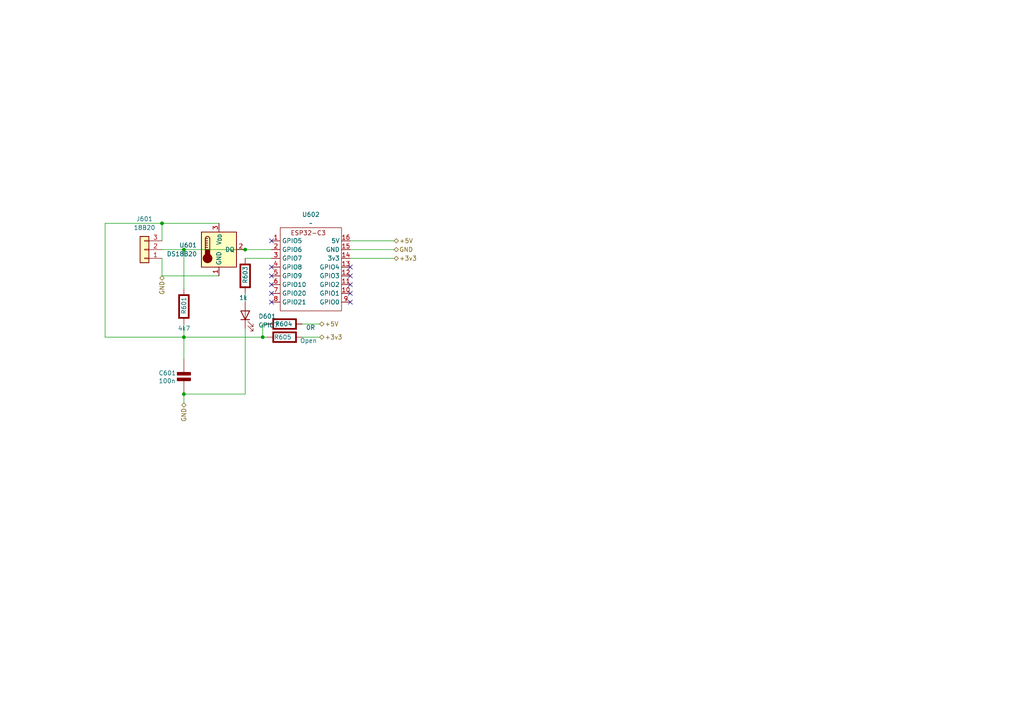
<source format=kicad_sch>
(kicad_sch (version 20231120) (generator "eeschema") (generator_version "8.0")
  (paper "A4")
  (lib_symbols
    (symbol "Device:LED" (pin_numbers hide) (pin_names (offset 1.016) hide)
      (property "Reference" "D" (at 0 2.54 0))
      (property "Value" "LED" (at 0 -2.54 0))
      (symbol "LED_0_1"
        (polyline (pts (xy -1.27 -1.27) (xy -1.27 1.27)) (stroke (width 0.254)))
        (polyline (pts (xy -1.27 0) (xy 1.27 0)))
        (polyline (pts (xy 1.27 -1.27) (xy 1.27 1.27) (xy -1.27 0) (xy 1.27 -1.27)) (stroke (width 0.254)))
        (polyline (pts (xy -3.048 -0.762) (xy -4.572 -2.286) (xy -3.81 -2.286) (xy -4.572 -2.286) (xy -4.572 -1.524)))
        (polyline (pts (xy -1.778 -0.762) (xy -3.302 -2.286) (xy -2.54 -2.286) (xy -3.302 -2.286) (xy -3.302 -1.524)))
      )
      (symbol "LED_1_1"
        (pin passive line (at -3.81 0 0) (length 2.54) (name "K") (number "1"))
        (pin passive line (at 3.81 0 180) (length 2.54) (name "A") (number "2"))
      )
    )
    (symbol "PCM_4ms_Connector:Conn_01x03" (pin_names (offset 1.016) hide)
      (property "Reference" "J" (at 0 5.08 0))
      (property "Value" "Conn_01x03" (at 0 -5.08 0))
      (symbol "Conn_01x03_1_1"
        (rectangle (start -1.27 -2.413) (end 0 -2.667) (stroke (width 0.1524)))
        (rectangle (start -1.27 0.127) (end 0 -0.127) (stroke (width 0.1524)))
        (rectangle (start -1.27 2.667) (end 0 2.413) (stroke (width 0.1524)))
        (rectangle (start -1.27 3.81) (end 1.27 -3.81) (stroke (width 0.254)) (fill (type background)))
        (pin passive line (at -5.08 2.54 0) (length 3.81) (name "Pin_1") (number "1"))
        (pin passive line (at -5.08 0 0) (length 3.81) (name "Pin_2") (number "2"))
        (pin passive line (at -5.08 -2.54 0) (length 3.81) (name "Pin_3") (number "3"))
      )
    )
    (symbol "PCM_Elektuur:C" (pin_numbers hide) (pin_names (offset 0) hide)
      (property "Reference" "C" (at 0.635 3.175 0))
      (property "Value" "C" (at 0.635 -3.175 0))
      (symbol "C_1_1"
        (rectangle (start -1.905 -0.4318) (end 1.905 -1.1938) (stroke (width 0.254)) (fill (type outline)))
        (rectangle (start -1.905 1.1938) (end 1.905 0.4318) (stroke (width 0.254)) (fill (type outline)))
        (pin passive line (at 0 5.08 270) (length 3.8862) (name "+") (number "1"))
        (pin passive line (at 0 -5.08 90) (length 3.8862) (name "-") (number "2"))
      )
      (symbol "C_1_2"
        (polyline (pts (xy -1.905 -1.4986) (xy 1.905 -1.4986) (xy 1.905 -0.4318) (xy -1.905 -0.4318) (xy -1.905 -1.4986) (xy -1.8034 -1.397) (xy -1.8034 -0.5334) (xy 1.8034 -0.5334) (xy 1.8034 -1.397) (xy -1.8034 -1.397) (xy -1.905 -1.4986)) (stroke (width 0.254)) (fill (type outline)))
        (polyline (pts (xy -1.905 0.4318) (xy 1.905 0.4318) (xy 1.905 1.4986) (xy -1.905 1.4986) (xy -1.905 0.4318) (xy -1.8034 0.5334) (xy -1.8034 1.397) (xy 1.8034 1.397) (xy 1.8034 0.5334) (xy -1.8034 0.5334) (xy -1.905 0.4318)) (stroke (width 0.254)) (fill (type outline)))
        (pin passive line (at 0 5.08 270) (length 3.5814) (name "+") (number "1"))
        (pin passive line (at 0 -5.08 90) (length 3.5814) (name "-") (number "2"))
      )
    )
    (symbol "PCM_Elektuur:R" (pin_numbers hide) (pin_names (offset 0) hide)
      (property "Reference" "R" (at 2.54 3.175 0))
      (property "Value" "R" (at 0 0 90))
      (symbol "R_1_1"
        (polyline (pts (xy -1.524 -3.429) (xy 1.524 -3.429) (xy 1.524 3.429) (xy -1.524 3.429) (xy -1.524 -3.429) (xy -1.27 -3.175) (xy -1.27 3.175) (xy 1.27 3.175) (xy 1.27 -3.175) (xy -1.27 -3.175) (xy -1.524 -3.429)) (stroke (width 0.254)) (fill (type outline)))
        (pin passive line (at 0 5.08 270) (length 1.651) (name "+") (number "1"))
        (pin passive line (at 0 -5.08 90) (length 1.651) (name "-") (number "2"))
      )
      (symbol "R_1_2"
        (polyline (pts (xy -0.508 -3.429) (xy 1.524 -3.429) (xy 1.524 3.429) (xy -0.508 3.429) (xy -0.508 3.175) (xy 1.27 3.175) (xy 1.27 -3.175) (xy -0.508 -3.175) (xy -0.508 -3.429)) (stroke (width 0.254)) (fill (type outline)))
        (pin passive line (at 0 5.08 270) (length 1.651) (name "+") (number "1"))
        (pin passive line (at 0 -5.08 90) (length 1.651) (name "-") (number "2"))
      )
      (symbol "R_1_3"
        (polyline (pts (xy 0 3.4798) (xy 0 3.2004) (xy 0.7112 2.794) (xy -1.1938 1.6764) (xy 0.7112 0.5588) (xy -1.1938 -0.5588) (xy 0.7112 -1.6764) (xy -1.1938 -2.794) (xy 0 -3.4798) (xy 0 -3.2004) (xy -0.7112 -2.794) (xy 1.1938 -1.6764) (xy -0.7112 -0.5588) (xy 1.1938 0.5588) (xy -0.7112 1.6764) (xy 1.1938 2.794) (xy 0 3.4798)) (stroke (width 0.254)) (fill (type outline)))
        (pin passive line (at 0 5.08 270) (length 1.6002) (name "+") (number "1"))
        (pin passive line (at 0 -5.08 90) (length 1.6002) (name "-") (number "2"))
      )
      (symbol "R_1_4"
        (polyline (pts (xy 0 4.5466) (xy 0 4.2672) (xy 0.0508 4.2418) (xy 1.016 3.683) (xy -1.524 2.2098) (xy 1.016 0.7366) (xy -1.524 -0.7366) (xy 1.016 -2.2098) (xy -1.524 -3.683) (xy -0.0762 -4.5212) (xy 0 -4.5466) (xy 0 -4.2672) (xy -0.0508 -4.2418) (xy -1.016 -3.683) (xy 1.524 -2.2098) (xy -1.016 -0.7366) (xy 1.524 0.7366) (xy -1.016 2.2098) (xy 1.524 3.683) (xy 0.0762 4.5212) (xy 0 4.5466)) (stroke (width 0.254)) (fill (type outline)))
        (pin passive line (at 0 5.08 270) (length 0.5334) (name "+") (number "1"))
        (pin passive line (at 0 -5.08 90) (length 0.5334) (name "-") (number "2"))
      )
    )
    (symbol "Sensor_Temperature:DS18B20"
      (property "Reference" "U" (at -3.81 6.35 0))
      (property "Value" "DS18B20" (at 6.35 6.35 0))
      (symbol "DS18B20_0_1"
        (rectangle (start -5.08 5.08) (end 5.08 -5.08) (stroke (width 0.254)) (fill (type background)))
        (circle (center -3.302 -2.54) (radius 1.27) (stroke (width 0.254)) (fill (type outline)))
        (rectangle (start -2.667 -1.905) (end -3.937 0) (stroke (width 0.254)) (fill (type outline)))
        (arc (start -2.667 3.175) (mid -3.302 3.8073) (end -3.937 3.175) (stroke (width 0.254)))
        (polyline (pts (xy -3.937 0.635) (xy -3.302 0.635)) (stroke (width 0.254)))
        (polyline (pts (xy -3.937 1.27) (xy -3.302 1.27)) (stroke (width 0.254)))
        (polyline (pts (xy -3.937 1.905) (xy -3.302 1.905)) (stroke (width 0.254)))
        (polyline (pts (xy -3.937 2.54) (xy -3.302 2.54)) (stroke (width 0.254)))
        (polyline (pts (xy -3.937 3.175) (xy -3.937 0)) (stroke (width 0.254)))
        (polyline (pts (xy -3.937 3.175) (xy -3.302 3.175)) (stroke (width 0.254)))
        (polyline (pts (xy -2.667 3.175) (xy -2.667 0)) (stroke (width 0.254)))
      )
      (symbol "DS18B20_1_1"
        (pin power_in line (at 0 -7.62 90) (length 2.54) (name "GND") (number "1"))
        (pin bidirectional line (at 7.62 0 180) (length 2.54) (name "DQ") (number "2"))
        (pin power_in line (at 0 7.62 270) (length 2.54) (name "V_{DD}") (number "3"))
      )
    )
    (symbol "wemos_mini:ESP32-C3_SuperMini"
      (property "Reference" "U" (at 0 2.286 0))
      (symbol "ESP32-C3_SuperMini_0_1"
        (rectangle (start -8.89 1.27) (end 8.89 -22.86))
      )
      (symbol "ESP32-C3_SuperMini_1_1"
        (text "ESP32-C3" (at -0.762 -0.254 0) (effects (font (size 1.27 1.27))))
        (pin bidirectional line (at -11.43 -2.54 0) (length 2.54) (name "GPIO5") (number "1"))
        (pin bidirectional line (at 11.43 -17.78 180) (length 2.54) (name "GPIO1") (number "10"))
        (pin bidirectional line (at 11.43 -15.24 180) (length 2.54) (name "GPIO2") (number "11"))
        (pin bidirectional line (at 11.43 -12.7 180) (length 2.54) (name "GPIO3") (number "12"))
        (pin power_out line (at 11.43 -10.16 180) (length 2.54) (name "GPIO4") (number "13"))
        (pin power_out line (at 11.43 -7.62 180) (length 2.54) (name "3v3") (number "14"))
        (pin power_in line (at 11.43 -5.08 180) (length 2.54) (name "GND") (number "15"))
        (pin power_in line (at 11.43 -2.54 180) (length 2.54) (name "5V") (number "16"))
        (pin bidirectional line (at -11.43 -5.08 0) (length 2.54) (name "GPIO6") (number "2"))
        (pin bidirectional line (at -11.43 -7.62 0) (length 2.54) (name "GPIO7") (number "3"))
        (pin bidirectional line (at -11.43 -10.16 0) (length 2.54) (name "GPIO8") (number "4"))
        (pin bidirectional line (at -11.43 -12.7 0) (length 2.54) (name "GPIO9") (number "5"))
        (pin bidirectional line (at -11.43 -15.24 0) (length 2.54) (name "GPIO10") (number "6"))
        (pin bidirectional line (at -11.43 -17.78 0) (length 2.54) (name "GPIO20") (number "7"))
        (pin bidirectional line (at -11.43 -20.32 0) (length 2.54) (name "GPIO21") (number "8"))
        (pin bidirectional line (at 11.43 -20.32 180) (length 2.54) (name "GPIO0") (number "9"))
      )
    )
  )
  (junction (at 46.99 64.77))
  (junction (at 53.34 114.3))
  (junction (at 53.34 97.79))
  (junction (at 53.34 72.39))
  (junction (at 71.12 72.39))
  (junction (at 76.2 97.79))
  (no_connect (at 101.6 77.47))
  (no_connect (at 101.6 85.09))
  (no_connect (at 101.6 87.63))
  (no_connect (at 78.74 87.63))
  (no_connect (at 101.6 82.55))
  (no_connect (at 78.74 69.85))
  (no_connect (at 101.6 80.01))
  (no_connect (at 78.74 80.01))
  (no_connect (at 78.74 85.09))
  (no_connect (at 78.74 77.47))
  (no_connect (at 78.74 82.55))
  (wire (pts (xy 71.12 85.09) (xy 71.12 87.63)))
  (wire (pts (xy 46.99 69.85) (xy 46.99 64.77)))
  (wire (pts (xy 46.99 64.77) (xy 63.5 64.77)))
  (wire (pts (xy 92.71 93.98) (xy 87.63 93.98)))
  (wire (pts (xy 101.6 72.39) (xy 114.3 72.39)))
  (wire (pts (xy 76.2 97.79) (xy 77.47 97.79)))
  (wire (pts (xy 77.47 93.98) (xy 76.2 93.98)))
  (wire (pts (xy 71.12 74.93) (xy 78.74 74.93)))
  (wire (pts (xy 30.48 64.77) (xy 30.48 97.79)))
  (wire (pts (xy 30.48 97.79) (xy 53.34 97.79)))
  (wire (pts (xy 87.63 97.79) (xy 92.71 97.79)))
  (wire (pts (xy 71.12 95.25) (xy 71.12 114.3)))
  (wire (pts (xy 101.6 74.93) (xy 114.3 74.93)))
  (wire (pts (xy 53.34 104.14) (xy 53.34 97.79)))
  (wire (pts (xy 53.34 114.3) (xy 53.34 116.84)))
  (wire (pts (xy 46.99 80.01) (xy 63.5 80.01)))
  (wire (pts (xy 101.6 69.85) (xy 114.3 69.85)))
  (wire (pts (xy 53.34 97.79) (xy 76.2 97.79)))
  (wire (pts (xy 76.2 93.98) (xy 76.2 97.79)))
  (wire (pts (xy 71.12 114.3) (xy 53.34 114.3)))
  (wire (pts (xy 53.34 93.98) (xy 53.34 97.79)))
  (wire (pts (xy 46.99 64.77) (xy 30.48 64.77)))
  (wire (pts (xy 53.34 72.39) (xy 71.12 72.39)))
  (wire (pts (xy 46.99 74.93) (xy 46.99 80.01)))
  (wire (pts (xy 71.12 72.39) (xy 78.74 72.39)))
  (wire (pts (xy 53.34 72.39) (xy 53.34 83.82)))
  (wire (pts (xy 46.99 72.39) (xy 53.34 72.39)))
  (hierarchical_label "GND" (shape bidirectional) (at 114.3 72.39 0))
  (hierarchical_label "+3v3" (shape bidirectional) (at 92.71 97.79 0))
  (hierarchical_label "+3v3" (shape bidirectional) (at 114.3 74.93 0))
  (hierarchical_label "+5V" (shape bidirectional) (at 92.71 93.98 0))
  (hierarchical_label "GND" (shape bidirectional) (at 46.99 80.01 270))
  (hierarchical_label "GND" (shape bidirectional) (at 53.34 116.84 270))
  (hierarchical_label "+5V" (shape bidirectional) (at 114.3 69.85 0))
  (symbol (lib_id "PCM_Elektuur:R") (at 82.55 97.79 90) (unit 1)
    (property "Reference" "R605" (at 84.582 97.79 90) (effects (justify left)))
    (property "Value" "Open" (at 91.948 98.806 90) (effects (justify left)))
    (property "Footprint" "Resistor_SMD:R_0805_2012Metric" (effects (hide yes)))
    (property "Description" "resistor" (effects (hide yes)))
    (property "Indicator" "+" (effects (hide yes)))
    (property "Rating" "W" (effects (hide yes)))
  )
  (symbol (lib_id "PCM_Elektuur:R") (at 71.12 80.01 0) (unit 1)
    (property "Reference" "R603" (at 71.12 82.296 90) (effects (justify left)))
    (property "Value" "1k" (at 69.342 86.36 0) (effects (justify left)))
    (property "Footprint" "Resistor_SMD:R_0805_2012Metric" (effects (hide yes)))
    (property "Description" "resistor" (effects (hide yes)))
    (property "Indicator" "+" (effects (hide yes)))
    (property "Rating" "W" (effects (hide yes)))
  )
  (symbol (lib_id "PCM_Elektuur:R") (at 82.55 93.98 90) (unit 1)
    (property "Reference" "R604" (at 84.836 93.98 90) (effects (justify left)))
    (property "Value" "0R" (at 91.44 94.996 90) (effects (justify left)))
    (property "Footprint" "Resistor_SMD:R_0805_2012Metric" (effects (hide yes)))
    (property "Description" "resistor" (effects (hide yes)))
    (property "Indicator" "+" (effects (hide yes)))
    (property "Rating" "W" (effects (hide yes)))
  )
  (symbol (lib_id "PCM_Elektuur:R") (at 53.34 88.9 0) (unit 1)
    (property "Reference" "R601" (at 53.34 91.186 90) (effects (justify left)))
    (property "Value" "4k7" (at 51.562 95.25 0) (effects (justify left)))
    (property "Footprint" "Resistor_SMD:R_0805_2012Metric" (effects (hide yes)))
    (property "Description" "resistor" (effects (hide yes)))
    (property "Indicator" "+" (effects (hide yes)))
    (property "Rating" "W" (effects (hide yes)))
  )
  (symbol (lib_id "Sensor_Temperature:DS18B20") (at 63.5 72.39 0) (unit 1)
    (property "Reference" "U601" (at 57.15 71.1199 0) (effects (justify right)))
    (property "Value" "DS18B20" (at 57.15 73.6599 0) (effects (justify right)))
    (property "Footprint" "Package_TO_SOT_THT:TO-92_Inline" (effects (hide yes)))
    (property "Datasheet" "http://datasheets.maximintegrated.com/en/ds/DS18B20.pdf" (effects (hide yes)))
    (property "Description" "Programmable Resolution 1-Wire Digital Thermometer TO-92" (effects (hide yes)))
  )
  (symbol (lib_id "Device:LED") (at 71.12 91.44 90) (unit 1)
    (property "Reference" "D601" (at 74.93 91.7574 90) (effects (justify right)))
    (property "Value" "GPIO7" (at 74.93 94.2974 90) (effects (justify right)))
    (property "Footprint" "LED_THT:LED_D3.0mm" (effects (hide yes)))
    (property "Description" "Light emitting diode" (effects (hide yes)))
  )
  (symbol (lib_id "PCM_Elektuur:C") (at 53.34 109.22 0) (unit 1)
    (property "Reference" "C601" (at 45.974 108.204 0) (effects (justify left)))
    (property "Value" "100n" (at 45.974 110.49 0) (effects (justify left)))
    (property "Footprint" "Capacitor_SMD:C_0805_2012Metric" (effects (hide yes)))
    (property "Description" "capacitor, non-polarized/bipolar" (effects (hide yes)))
    (property "Indicator" "+" (effects (hide yes)))
    (property "Rating" "V" (effects (hide yes)))
  )
  (symbol (lib_id "PCM_4ms_Connector:Conn_01x03") (at 41.91 72.39 180) (unit 1)
    (property "Reference" "J601" (at 41.91 63.5 0))
    (property "Value" "18B20" (at 41.91 66.04 0))
    (property "Footprint" "PCM_4ms_Connector:Pins_1x03_2.54mm_TH" (effects (hide yes)))
    (property "Description" "HEADER 1x3 MALE PINS 0.100” 180deg" (effects (hide yes)))
    (property "Specifications" "HEADER 1x3 MALE PINS 0.100” 180deg" (effects (hide yes)))
    (property "Manufacturer" "TAD" (effects (hide yes)))
    (property "Part Number" "1-0301FBV0T" (effects (hide yes)))
  )
  (symbol (lib_id "wemos_mini:ESP32-C3_SuperMini") (at 90.17 67.31 0) (unit 1)
    (property "Reference" "U602" (at 90.17 62.23 0))
    (property "Value" "~" (at 90.17 64.77 0))
    (property "Footprint" "AJ_2024_Library:ESP32-C3-Supermini" (effects (hide yes)))
  )
)
</source>
